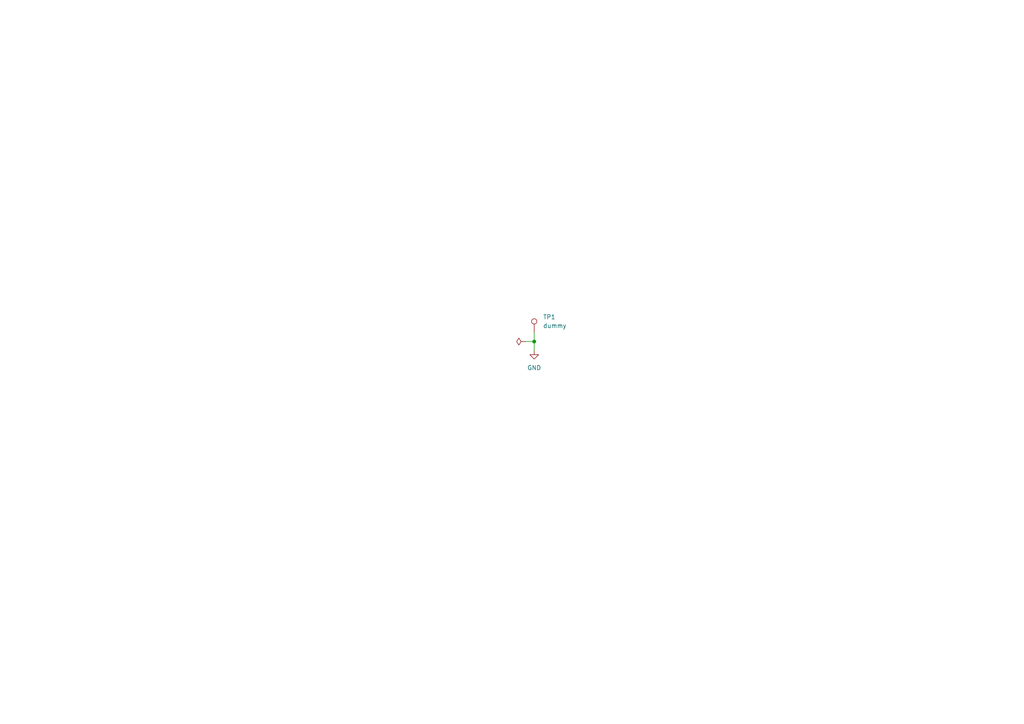
<source format=kicad_sch>
(kicad_sch (version 20211123) (generator eeschema)
  (paper "A4")
  (lib_symbols
    (symbol "Connector:TestPoint" (pin_numbers hide) (pin_names (offset 0.762) hide)
      (property "Reference" "TP" (at 0 6.858 0))
      (property "Value" "TestPoint" (at 0 5.08 0))
      (symbol "TestPoint_0_1"
        (circle (center 0 3.302) (radius 0.762))
      )
      (symbol "TestPoint_1_1"
        (pin passive line (at 0 0 90) (length 2.54) (name "1") (number "1"))
      )
    )
    (symbol "power:GND" (power) (pin_names (offset 0))
      (property "Value" "GND" (at 0 -3.81 0))
      (symbol "GND_0_1"
        (polyline (pts (xy 0 0) (xy 0 -1.27) (xy 1.27 -1.27) (xy 0 -2.54) (xy -1.27 -1.27) (xy 0 -1.27)))
      )
      (symbol "GND_1_1"
        (pin power_in line (at 0 0 270) (length 0) hide (name "GND") (number "1"))
      )
    )
    (symbol "power:PWR_FLAG" (power) (pin_numbers hide) (pin_names (offset 0) hide)
      (property "Value" "PWR_FLAG" (at 0 3.81 0))
      (symbol "PWR_FLAG_0_0"
        (pin power_out line (at 0 0 90) (length 0) (name "pwr") (number "1"))
      )
      (symbol "PWR_FLAG_0_1"
        (polyline (pts (xy 0 0) (xy 0 1.27) (xy -1.016 1.905) (xy 0 2.54) (xy 1.016 1.905) (xy 0 1.27)))
      )
    )
  )
  (junction (at 154.94 99.06))
  (wire (pts (xy 154.94 99.06) (xy 154.94 96.52)))
  (wire (pts (xy 154.94 99.06) (xy 154.94 101.6)))
  (wire (pts (xy 152.4 99.06) (xy 154.94 99.06)))
  (symbol (lib_id "Connector:TestPoint") (at 154.94 96.52 0) (unit 1)
    (property "Reference" "TP1" (at 157.48 91.9479 0) (effects (justify left)))
    (property "Value" "dummy" (at 157.48 94.4879 0) (effects (justify left)))
    (property "Footprint" "TestPoint:TestPoint_Pad_D1.0mm" (effects hide))
  )
  (symbol (lib_id "power:PWR_FLAG") (at 152.4 99.06 90) (unit 1)
    (property "Reference" "#FLG0101" (effects hide))
    (property "Value" "PWR_FLAG" (effects hide))
  )
  (symbol (lib_id "power:GND") (at 154.94 101.6 0) (unit 1)
    (property "Reference" "#PWR0101" (effects hide))
    (property "Value" "GND" (at 154.94 106.68 0))
  )
)
</source>
